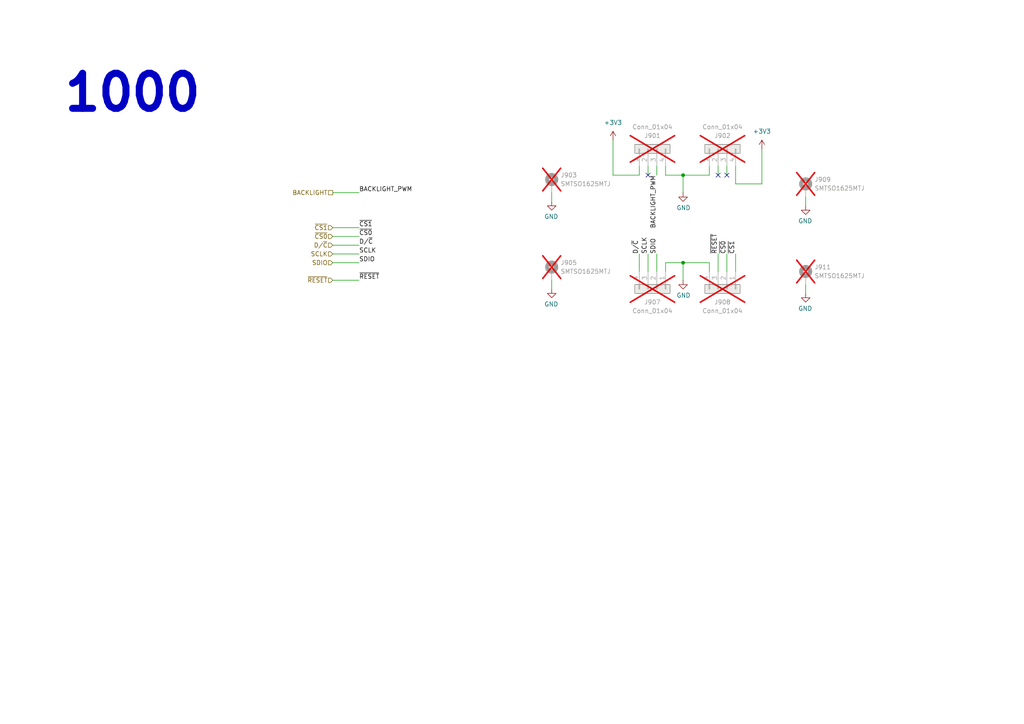
<source format=kicad_sch>
(kicad_sch (version 20250114) (generator "eeschema") (generator_version "9.0")
  (paper "A4")
  (lib_symbols
    (symbol "+3V3_1" (power) (pin_names (offset 0))
      (property "Value" "+3V3" (at 0 3.556 0))
      (symbol "+3V3_1_0_1"
        (polyline (pts (xy -0.762 1.27) (xy 0 2.54)))
        (polyline (pts (xy 0 2.54) (xy 0.762 1.27)))
        (polyline (pts (xy 0 0) (xy 0 2.54)))
      )
      (symbol "+3V3_1_1_1"
        (pin power_in line (at 0 0 90) (length 0) (hide yes) (name "+3V3") (number "1"))
      )
    )
    (symbol "Connector_Generic:Conn_01x04" (pin_names (offset 1.016) (hide yes))
      (property "Reference" "J" (at 0 5.08 0))
      (property "Value" "Conn_01x04" (at 0 -7.62 0))
      (symbol "Conn_01x04_1_1"
        (rectangle (start -1.27 3.81) (end 1.27 -6.35) (stroke (width 0.254)) (fill (type background)))
        (rectangle (start -1.27 2.667) (end 0 2.413) (stroke (width 0.1524)))
        (rectangle (start -1.27 0.127) (end 0 -0.127) (stroke (width 0.1524)))
        (rectangle (start -1.27 -2.413) (end 0 -2.667) (stroke (width 0.1524)))
        (rectangle (start -1.27 -4.953) (end 0 -5.207) (stroke (width 0.1524)))
        (pin passive line (at -5.08 2.54 0) (length 3.81) (name "Pin_1") (number "1"))
        (pin passive line (at -5.08 0 0) (length 3.81) (name "Pin_2") (number "2"))
        (pin passive line (at -5.08 -2.54 0) (length 3.81) (name "Pin_3") (number "3"))
        (pin passive line (at -5.08 -5.08 0) (length 3.81) (name "Pin_4") (number "4"))
      )
    )
    (symbol "GND_1" (power) (pin_names (offset 0))
      (property "Value" "GND" (at 0 -3.81 0))
      (symbol "GND_1_0_1"
        (polyline (pts (xy 0 0) (xy 0 -1.27) (xy 1.27 -1.27) (xy 0 -2.54) (xy -1.27 -1.27) (xy 0 -1.27)))
      )
      (symbol "GND_1_1_1"
        (pin power_in line (at 0 0 270) (length 0) (hide yes) (name "GND") (number "1"))
      )
    )
    (symbol "GND_2" (power) (pin_names (offset 0))
      (property "Value" "GND" (at 0 -3.81 0))
      (symbol "GND_2_0_1"
        (polyline (pts (xy 0 0) (xy 0 -1.27) (xy 1.27 -1.27) (xy 0 -2.54) (xy -1.27 -1.27) (xy 0 -1.27)))
      )
      (symbol "GND_2_1_1"
        (pin power_in line (at 0 0 270) (length 0) (hide yes) (name "GND") (number "1"))
      )
    )
    (symbol "GND_3" (power) (pin_names (offset 0))
      (property "Value" "GND" (at 0 -3.81 0))
      (symbol "GND_3_0_1"
        (polyline (pts (xy 0 0) (xy 0 -1.27) (xy 1.27 -1.27) (xy 0 -2.54) (xy -1.27 -1.27) (xy 0 -1.27)))
      )
      (symbol "GND_3_1_1"
        (pin power_in line (at 0 0 270) (length 0) (hide yes) (name "GND") (number "1"))
      )
    )
    (symbol "GND_4" (power) (pin_names (offset 0))
      (property "Value" "GND" (at 0 -3.81 0))
      (symbol "GND_4_0_1"
        (polyline (pts (xy 0 0) (xy 0 -1.27) (xy 1.27 -1.27) (xy 0 -2.54) (xy -1.27 -1.27) (xy 0 -1.27)))
      )
      (symbol "GND_4_1_1"
        (pin power_in line (at 0 0 270) (length 0) (hide yes) (name "GND") (number "1"))
      )
    )
    (symbol "GND_5" (power) (pin_names (offset 0))
      (property "Value" "GND" (at 0 -3.81 0))
      (symbol "GND_5_0_1"
        (polyline (pts (xy 0 0) (xy 0 -1.27) (xy 1.27 -1.27) (xy 0 -2.54) (xy -1.27 -1.27) (xy 0 -1.27)))
      )
      (symbol "GND_5_1_1"
        (pin power_in line (at 0 0 270) (length 0) (hide yes) (name "GND") (number "1"))
      )
    )
    (symbol "power:+3V3" (power) (pin_names (offset 0))
      (property "Value" "+3V3" (at 0 3.556 0))
      (symbol "+3V3_0_1"
        (polyline (pts (xy -0.762 1.27) (xy 0 2.54)))
        (polyline (pts (xy 0 2.54) (xy 0.762 1.27)))
        (polyline (pts (xy 0 0) (xy 0 2.54)))
      )
      (symbol "+3V3_1_1"
        (pin power_in line (at 0 0 90) (length 0) (hide yes) (name "+3V3") (number "1"))
      )
    )
    (symbol "power:GND" (power) (pin_names (offset 0))
      (property "Value" "GND" (at 0 -3.81 0))
      (symbol "GND_0_1"
        (polyline (pts (xy 0 0) (xy 0 -1.27) (xy 1.27 -1.27) (xy 0 -2.54) (xy -1.27 -1.27) (xy 0 -1.27)))
      )
      (symbol "GND_1_1"
        (pin power_in line (at 0 0 270) (length 0) (hide yes) (name "GND") (number "1"))
      )
    )
    (symbol "suku_basics:SMD_NUT" (pin_numbers (hide yes)) (pin_names (offset 1.016) (hide yes))
      (property "Reference" "J" (at 0 6.35 0))
      (property "Value" "SMD_NUT" (at 0 4.445 0))
      (symbol "SMD_NUT_0_1"
        (circle (center 0 1.27) (radius 1.27) (stroke (width 1.27)))
      )
      (symbol "SMD_NUT_1_1"
        (pin input line (at 0 -2.54 90) (length 2.54) (name "1") (number "1"))
      )
    )
  )
  (text "1000" (at 17.78 33.02 0) (effects (font (size 10.16 10.16) (thickness 2.032) (bold yes)) (justify left bottom)))
  (junction (at 198.12 50.8))
  (junction (at 198.12 76.2))
  (no_connect (at 187.96 50.8))
  (no_connect (at 210.82 50.8))
  (no_connect (at 208.28 50.8))
  (wire (pts (xy 185.42 73.66) (xy 185.42 78.74)))
  (wire (pts (xy 193.04 50.8) (xy 193.04 48.26)))
  (wire (pts (xy 193.04 76.2) (xy 193.04 78.74)))
  (wire (pts (xy 96.52 68.58) (xy 104.14 68.58)))
  (wire (pts (xy 208.28 73.66) (xy 208.28 78.74)))
  (wire (pts (xy 190.5 48.26) (xy 190.5 50.8)))
  (wire (pts (xy 233.68 82.55) (xy 233.68 85.09)))
  (wire (pts (xy 198.12 76.2) (xy 205.74 76.2)))
  (wire (pts (xy 96.52 76.2) (xy 104.14 76.2)))
  (wire (pts (xy 190.5 73.66) (xy 190.5 78.74)))
  (wire (pts (xy 177.8 40.64) (xy 177.8 50.8)))
  (wire (pts (xy 198.12 50.8) (xy 198.12 55.88)))
  (wire (pts (xy 187.96 73.66) (xy 187.96 78.74)))
  (wire (pts (xy 213.36 53.34) (xy 220.98 53.34)))
  (wire (pts (xy 96.52 81.28) (xy 104.14 81.28)))
  (wire (pts (xy 96.52 55.88) (xy 104.14 55.88)))
  (wire (pts (xy 193.04 50.8) (xy 198.12 50.8)))
  (wire (pts (xy 96.52 66.04) (xy 104.14 66.04)))
  (wire (pts (xy 208.28 48.26) (xy 208.28 50.8)))
  (wire (pts (xy 96.52 73.66) (xy 104.14 73.66)))
  (wire (pts (xy 185.42 50.8) (xy 185.42 48.26)))
  (wire (pts (xy 220.98 43.18) (xy 220.98 53.34)))
  (wire (pts (xy 213.36 73.66) (xy 213.36 78.74)))
  (wire (pts (xy 210.82 48.26) (xy 210.82 50.8)))
  (wire (pts (xy 96.52 71.12) (xy 104.14 71.12)))
  (wire (pts (xy 160.02 55.88) (xy 160.02 58.42)))
  (wire (pts (xy 187.96 48.26) (xy 187.96 50.8)))
  (wire (pts (xy 233.68 57.15) (xy 233.68 59.69)))
  (wire (pts (xy 205.74 50.8) (xy 205.74 48.26)))
  (wire (pts (xy 177.8 50.8) (xy 185.42 50.8)))
  (wire (pts (xy 213.36 53.34) (xy 213.36 48.26)))
  (wire (pts (xy 198.12 50.8) (xy 205.74 50.8)))
  (wire (pts (xy 160.02 81.28) (xy 160.02 83.82)))
  (wire (pts (xy 193.04 76.2) (xy 198.12 76.2)))
  (wire (pts (xy 205.74 78.74) (xy 205.74 76.2)))
  (wire (pts (xy 210.82 73.66) (xy 210.82 78.74)))
  (wire (pts (xy 198.12 81.28) (xy 198.12 76.2)))
  (label "D{slash}~{C}" (at 104.14 71.12 0))
  (label "BACKLIGHT_PWM" (at 190.5 50.8 270))
  (label "~{CS1}" (at 104.14 66.04 0))
  (label "~{CS0}" (at 104.14 68.58 0))
  (label "SDIO" (at 104.14 76.2 0))
  (label "~{CS0}" (at 210.82 73.66 90))
  (label "~{CS1}" (at 213.36 73.66 90))
  (label "~{RESET}" (at 208.28 73.66 90))
  (label "BACKLIGHT_PWM" (at 104.14 55.88 0))
  (label "SDIO" (at 190.5 73.66 90))
  (label "~{RESET}" (at 104.14 81.28 0))
  (label "SCLK" (at 104.14 73.66 0))
  (label "SCLK" (at 187.96 73.66 90))
  (label "D{slash}~{C}" (at 185.42 73.66 90))
  (hierarchical_label "D{slash}~{C}" (shape input) (at 96.52 71.12 180))
  (hierarchical_label "SCLK" (shape input) (at 96.52 73.66 180))
  (hierarchical_label "SDIO" (shape input) (at 96.52 76.2 180))
  (hierarchical_label "~{CS0}" (shape input) (at 96.52 68.58 180))
  (hierarchical_label "~{RESET}" (shape input) (at 96.52 81.28 180))
  (hierarchical_label "BACKLIGHT" (shape passive) (at 96.52 55.88 180))
  (hierarchical_label "~{CS1}" (shape input) (at 96.52 66.04 180))
  (symbol (lib_id "power:GND") (at 233.68 85.09 0) (mirror y) (unit 1)
    (property "Reference" "#PWR0976" (effects (hide yes)))
    (property "Value" "GND" (at 233.553 89.4842 0))
  )
  (symbol (lib_name "GND_5") (lib_id "power:GND") (at 233.68 59.69 0) (mirror y) (unit 1)
    (property "Reference" "#PWR0965" (effects (hide yes)))
    (property "Value" "GND" (at 233.553 64.0842 0))
  )
  (symbol (lib_id "suku_basics:SMD_NUT") (at 160.02 78.74 0) (unit 1) (in_bom no) (on_board no) (dnp yes)
    (property "Reference" "J905" (at 162.56 76.1999 0) (effects (justify left)))
    (property "Value" "SMTSO1625MTJ" (at 162.56 78.7399 0) (effects (justify left)))
    (property "Footprint" "suku_basics:SMD_NUT_M1.6x2.5" (effects (hide yes)))
    (property "Description" "SMD Nut" (effects (hide yes)))
  )
  (symbol (lib_id "suku_basics:SMD_NUT") (at 233.68 54.61 0) (unit 1) (in_bom no) (on_board no) (dnp yes)
    (property "Reference" "J909" (at 236.22 52.0699 0) (effects (justify left)))
    (property "Value" "SMTSO1625MTJ" (at 236.22 54.6099 0) (effects (justify left)))
    (property "Footprint" "suku_basics:SMD_NUT_M1.6x2.5" (effects (hide yes)))
    (property "Description" "SMD Nut" (effects (hide yes)))
  )
  (symbol (lib_name "GND_3") (lib_id "power:GND") (at 160.02 83.82 0) (mirror y) (unit 1)
    (property "Reference" "#PWR0966" (effects (hide yes)))
    (property "Value" "GND" (at 159.893 88.2142 0))
  )
  (symbol (lib_name "GND_2") (lib_id "power:GND") (at 198.12 81.28 0) (unit 1)
    (property "Reference" "#PWR0967" (effects (hide yes)))
    (property "Value" "GND" (at 198.247 85.6742 0))
  )
  (symbol (lib_name "GND_4") (lib_id "power:GND") (at 160.02 58.42 0) (mirror y) (unit 1)
    (property "Reference" "#PWR0962" (effects (hide yes)))
    (property "Value" "GND" (at 159.893 62.8142 0))
  )
  (symbol (lib_id "power:+3V3") (at 177.8 40.64 0) (mirror y) (unit 1)
    (property "Reference" "#PWR0960" (effects (hide yes)))
    (property "Value" "+3V3" (at 177.8 35.56 0))
  )
  (symbol (lib_name "+3V3_1") (lib_id "power:+3V3") (at 220.98 43.18 0) (mirror y) (unit 1)
    (property "Reference" "#PWR0961" (effects (hide yes)))
    (property "Value" "+3V3" (at 220.98 38.1 0))
  )
  (symbol (lib_id "suku_basics:SMD_NUT") (at 233.68 80.01 0) (unit 1) (in_bom no) (on_board no) (dnp yes)
    (property "Reference" "J911" (at 236.22 77.4699 0) (effects (justify left)))
    (property "Value" "SMTSO1625MTJ" (at 236.22 80.0099 0) (effects (justify left)))
    (property "Footprint" "suku_basics:SMD_NUT_M1.6x2.5" (effects (hide yes)))
    (property "Description" "SMD Nut" (effects (hide yes)))
  )
  (symbol (lib_id "Connector_Generic:Conn_01x04") (at 187.96 43.18 90) (unit 1) (in_bom no) (on_board no) (dnp yes)
    (property "Reference" "J901" (at 189.23 39.37 90))
    (property "Value" "Conn_01x04" (at 189.23 36.83 90))
    (property "Footprint" "suku_basics:J_BATTERY_CONN_FEMALE" (effects (hide yes)))
    (property "Description" "Generic connector, single row, 01x04, script generated (kicad-library-utils/schlib/autogen/connector/)" (effects (hide yes)))
  )
  (symbol (lib_name "GND_1") (lib_id "power:GND") (at 198.12 55.88 0) (unit 1)
    (property "Reference" "#PWR0964" (effects (hide yes)))
    (property "Value" "GND" (at 198.247 60.2742 0))
  )
  (symbol (lib_id "suku_basics:SMD_NUT") (at 160.02 53.34 0) (unit 1) (in_bom no) (on_board no) (dnp yes)
    (property "Reference" "J903" (at 162.56 50.7999 0) (effects (justify left)))
    (property "Value" "SMTSO1625MTJ" (at 162.56 53.3399 0) (effects (justify left)))
    (property "Footprint" "suku_basics:SMD_NUT_M1.6x2.5" (effects (hide yes)))
    (property "Description" "SMD Nut" (effects (hide yes)))
  )
  (symbol (lib_id "Connector_Generic:Conn_01x04") (at 210.82 83.82 270) (unit 1) (in_bom no) (on_board no) (dnp yes)
    (property "Reference" "J908" (at 209.55 87.63 90))
    (property "Value" "Conn_01x04" (at 209.55 90.17 90))
    (property "Footprint" "suku_basics:J_BATTERY_CONN_FEMALE" (effects (hide yes)))
    (property "Description" "Generic connector, single row, 01x04, script generated (kicad-library-utils/schlib/autogen/connector/)" (effects (hide yes)))
  )
  (symbol (lib_id "Connector_Generic:Conn_01x04") (at 190.5 83.82 270) (unit 1) (in_bom no) (on_board no) (dnp yes)
    (property "Reference" "J907" (at 189.23 87.63 90))
    (property "Value" "Conn_01x04" (at 189.23 90.17 90))
    (property "Footprint" "suku_basics:J_BATTERY_CONN_FEMALE" (effects (hide yes)))
    (property "Description" "Generic connector, single row, 01x04, script generated (kicad-library-utils/schlib/autogen/connector/)" (effects (hide yes)))
  )
  (symbol (lib_id "Connector_Generic:Conn_01x04") (at 208.28 43.18 90) (unit 1) (in_bom no) (on_board no) (dnp yes)
    (property "Reference" "J902" (at 209.55 39.37 90))
    (property "Value" "Conn_01x04" (at 209.55 36.83 90))
    (property "Footprint" "suku_basics:J_BATTERY_CONN_FEMALE" (effects (hide yes)))
    (property "Description" "Generic connector, single row, 01x04, script generated (kicad-library-utils/schlib/autogen/connector/)" (effects (hide yes)))
  )
)
</source>
